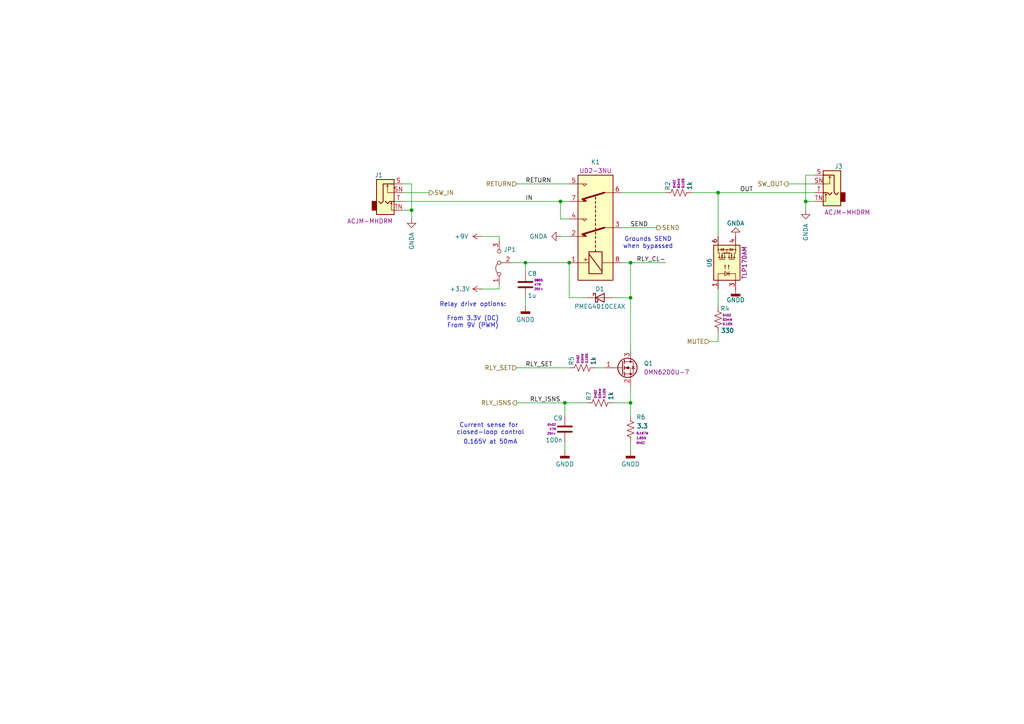
<source format=kicad_sch>
(kicad_sch (version 20250114) (generator "eeschema") (generator_version "9.0")
  (paper "A4")
  (lib_symbols
    (symbol "#gplm:art/ART-1000-3001" (pin_names (offset 0) (hide yes)) (exclude_from_sim yes) (in_bom no)
      (property "Reference" "JP" (at -2.54 -2.54 0))
      (property "Value" "Jumper_3_Bridged12" (at 0 2.794 0))
      (symbol "art/ART-1000-3001_0_0"
        (circle (center -3.302 0) (radius 0.508))
        (circle (center 0 0) (radius 0.508))
        (circle (center 3.302 0) (radius 0.508))
      )
      (symbol "art/ART-1000-3001_0_1"
        (arc (start -3.048 0.508) (mid -1.651 0.9912) (end -0.254 0.508))
        (polyline (pts (xy 0 -1.27) (xy 0 -0.508)))
      )
      (symbol "art/ART-1000-3001_1_1"
        (pin passive line (at -6.35 0 0) (length 2.54) (name "A") (number "1"))
        (pin passive line (at 0 -3.81 90) (length 2.54) (name "C") (number "2"))
        (pin passive line (at 6.35 0 180) (length 2.54) (name "B") (number "3"))
      )
    )
    (symbol "#gplm:cap/CAP-4103-100N" (pin_numbers (hide yes)) (pin_names (offset 0.254))
      (property "Reference" "C" (at 0.635 3.175 0))
      (property "Value" "100n" (at 0.635 -3.175 0))
      (property "Package/Case" "0402" (at 2.54 1.27 0))
      (property "Voltage" "25V+" (at 2.54 -1.27 0))
      (property "Material" "X7R" (at 2.54 0 0))
      (symbol "cap/CAP-4103-100N_0_1"
        (polyline (pts (xy -2.032 0.762) (xy 2.032 0.762)) (stroke (width 0.508)))
        (polyline (pts (xy -2.032 -0.762) (xy 2.032 -0.762)) (stroke (width 0.508)))
      )
      (symbol "cap/CAP-4103-100N_1_1"
        (pin passive line (at 0 3.81 270) (length 2.794) (name "~") (number "1"))
        (pin passive line (at 0 -3.81 90) (length 2.794) (name "~") (number "2"))
      )
    )
    (symbol "#gplm:cap/CAP-4105-001U" (pin_numbers (hide yes)) (pin_names (offset 0.254))
      (property "Reference" "C" (at 0.635 3.175 0))
      (property "Value" "1u" (at 0.635 -3.175 0))
      (property "Package/Case" "0805" (at 2.54 1.27 0))
      (property "Voltage" "25V+" (at 2.54 -1.27 0))
      (property "Material" "X7R" (at 2.54 0 0))
      (symbol "cap/CAP-4105-001U_0_1"
        (polyline (pts (xy -2.032 0.762) (xy 2.032 0.762)) (stroke (width 0.508)))
        (polyline (pts (xy -2.032 -0.762) (xy 2.032 -0.762)) (stroke (width 0.508)))
      )
      (symbol "cap/CAP-4105-001U_1_1"
        (pin passive line (at 0 3.81 270) (length 2.794) (name "~") (number "1"))
        (pin passive line (at 0 -3.81 90) (length 2.794) (name "~") (number "2"))
      )
    )
    (symbol "#gplm:con/CON-1003-M301"
      (property "Reference" "J" (at 0 11.43 0))
      (property "MPN" "ACJM-MHDRM" (at 0 0 0))
      (symbol "con/CON-1003-M301_0_1"
        (rectangle (start -2.54 0) (end -3.81 -2.54) (stroke (width 0.254)) (fill (type outline)))
        (rectangle (start 2.54 6.35) (end -2.54 -3.81) (stroke (width 0.254)) (fill (type background)))
      )
      (symbol "con/CON-1003-M301_1_1"
        (polyline (pts (xy 0 0) (xy 0.635 -0.635) (xy 1.27 0) (xy 2.54 0)) (stroke (width 0.254)))
        (polyline (pts (xy 0.635 4.826) (xy 0.889 4.318)))
        (polyline (pts (xy 1.778 -0.254) (xy 2.032 -0.762)))
        (polyline (pts (xy 2.54 5.08) (xy -0.635 5.08) (xy -0.635 0) (xy -1.27 -0.635) (xy -1.905 0)) (stroke (width 0.254)))
        (polyline (pts (xy 2.54 2.54) (xy 0.635 2.54) (xy 0.635 4.826) (xy 0.381 4.318)))
        (polyline (pts (xy 2.54 -2.54) (xy 1.778 -2.54) (xy 1.778 -0.254) (xy 1.524 -0.762)))
        (pin passive line (at 5.08 5.08 180) (length 2.54) (name "~") (number "S"))
        (pin passive line (at 5.08 2.54 180) (length 2.54) (name "~") (number "SN"))
        (pin passive line (at 5.08 0 180) (length 2.54) (name "~") (number "T"))
        (pin passive line (at 5.08 -2.54 180) (length 2.54) (name "~") (number "TN"))
      )
    )
    (symbol "#gplm:dio/DIO-2001-0001" (pin_numbers (hide yes)) (pin_names (offset 1.016) (hide yes))
      (property "Reference" "D" (at 0 2.54 0))
      (property "Value" "PMEG4010CEAX" (at 0 -2.54 0))
      (symbol "dio/DIO-2001-0001_0_1"
        (polyline (pts (xy -1.905 0.635) (xy -1.905 1.27) (xy -1.27 1.27) (xy -1.27 -1.27) (xy -0.635 -1.27) (xy -0.635 -0.635)) (stroke (width 0.254)))
        (polyline (pts (xy 1.27 1.27) (xy 1.27 -1.27) (xy -1.27 0) (xy 1.27 1.27)) (stroke (width 0.254)))
        (polyline (pts (xy 1.27 0) (xy -1.27 0)))
      )
      (symbol "dio/DIO-2001-0001_1_1"
        (pin passive line (at -3.81 0 0) (length 2.54) (name "K") (number "1"))
        (pin passive line (at 3.81 0 180) (length 2.54) (name "A") (number "2"))
      )
    )
    (symbol "#gplm:fet/XTR-1003-0001" (pin_names (offset 0) (hide yes))
      (property "Reference" "Q" (at 5.08 1.905 0))
      (property "MPN" "DMN62D0U-7" (at 0 0 0))
      (symbol "fet/XTR-1003-0001_0_1"
        (polyline (pts (xy 0.254 1.905) (xy 0.254 -1.905)) (stroke (width 0.254)))
        (polyline (pts (xy 0.254 0) (xy -2.54 0)))
        (polyline (pts (xy 0.762 2.286) (xy 0.762 1.27)) (stroke (width 0.254)))
        (polyline (pts (xy 0.762 0.508) (xy 0.762 -0.508)) (stroke (width 0.254)))
        (polyline (pts (xy 0.762 -1.27) (xy 0.762 -2.286)) (stroke (width 0.254)))
        (polyline (pts (xy 0.762 -1.778) (xy 3.302 -1.778) (xy 3.302 1.778) (xy 0.762 1.778)))
        (polyline (pts (xy 1.016 0) (xy 2.032 0.381) (xy 2.032 -0.381) (xy 1.016 0)) (fill (type outline)))
        (circle (center 1.651 0) (radius 2.794) (stroke (width 0.254)))
        (polyline (pts (xy 2.54 2.54) (xy 2.54 1.778)))
        (circle (center 2.54 1.778) (radius 0.254) (fill (type outline)))
        (circle (center 2.54 -1.778) (radius 0.254) (fill (type outline)))
        (polyline (pts (xy 2.54 -2.54) (xy 2.54 0) (xy 0.762 0)))
        (polyline (pts (xy 2.921 0.381) (xy 3.683 0.381)))
        (polyline (pts (xy 3.302 0.381) (xy 2.921 -0.254) (xy 3.683 -0.254) (xy 3.302 0.381)))
      )
      (symbol "fet/XTR-1003-0001_1_1"
        (pin input line (at -5.08 0 0) (length 2.54) (name "G") (number "1"))
        (pin passive line (at 2.54 5.08 270) (length 2.54) (name "D") (number "3"))
        (pin passive line (at 2.54 -5.08 90) (length 2.54) (name "S") (number "2"))
      )
    )
    (symbol "#gplm:opt/OPT-0004-0001"
      (property "Reference" "U" (at -5.08 4.953 0))
      (property "MPN" "TLP170AM" (at 0 0 0))
      (symbol "opt/OPT-0004-0001_0_1"
        (rectangle (start -5.08 3.81) (end 5.08 -3.81) (stroke (width 0.254)) (fill (type background)))
        (polyline (pts (xy -5.08 2.54) (xy -3.175 2.54) (xy -3.175 -2.54) (xy -5.08 -2.54)))
        (polyline (pts (xy -3.81 -0.635) (xy -2.54 -0.635)))
        (polyline (pts (xy -3.175 -0.635) (xy -3.81 0.635) (xy -2.54 0.635) (xy -3.175 -0.635)))
        (polyline (pts (xy -1.905 0.508) (xy -0.635 0.508) (xy -1.016 0.381) (xy -1.016 0.635) (xy -0.635 0.508)))
        (polyline (pts (xy -1.905 -0.508) (xy -0.635 -0.508) (xy -1.016 -0.635) (xy -1.016 -0.381) (xy -0.635 -0.508)))
        (polyline (pts (xy 1.016 2.159) (xy 1.016 0.635)) (stroke (width 0.2032)))
        (polyline (pts (xy 1.016 -0.635) (xy 1.016 -2.159)) (stroke (width 0.2032)))
        (polyline (pts (xy 1.524 2.286) (xy 1.524 2.032) (xy 1.524 2.032)) (stroke (width 0.3556)))
        (polyline (pts (xy 1.524 1.524) (xy 1.524 1.27) (xy 1.524 1.27)) (stroke (width 0.3556)))
        (polyline (pts (xy 1.524 0.762) (xy 1.524 0.508) (xy 1.524 0.508)) (stroke (width 0.3556)))
        (polyline (pts (xy 1.524 -0.508) (xy 1.524 -0.762)) (stroke (width 0.3556)))
        (polyline (pts (xy 1.524 -1.27) (xy 1.524 -1.524) (xy 1.524 -1.524)) (stroke (width 0.3556)))
        (polyline (pts (xy 1.524 -2.032) (xy 1.524 -2.286) (xy 1.524 -2.286)) (stroke (width 0.3556)))
        (polyline (pts (xy 1.651 2.159) (xy 2.794 2.159) (xy 2.794 2.54) (xy 5.08 2.54)))
        (polyline (pts (xy 1.651 1.397) (xy 2.794 1.397) (xy 2.794 0.635)))
        (polyline (pts (xy 1.651 -0.635) (xy 2.794 -0.635) (xy 2.794 0.635) (xy 1.651 0.635)))
        (polyline (pts (xy 1.651 -1.397) (xy 2.794 -1.397) (xy 2.794 -0.635)))
        (polyline (pts (xy 1.651 -2.159) (xy 2.794 -2.159) (xy 2.794 -2.54) (xy 5.08 -2.54)))
        (polyline (pts (xy 1.778 1.397) (xy 2.286 1.524) (xy 2.286 1.27) (xy 1.778 1.397)))
        (polyline (pts (xy 1.778 -1.397) (xy 2.286 -1.27) (xy 2.286 -1.524) (xy 1.778 -1.397)))
        (circle (center 2.794 0.635) (radius 0.127))
        (polyline (pts (xy 2.794 0) (xy 3.81 0)))
        (circle (center 2.794 0) (radius 0.127))
        (circle (center 2.794 -0.635) (radius 0.127))
        (polyline (pts (xy 3.429 1.651) (xy 4.191 1.651)))
        (polyline (pts (xy 3.429 -1.651) (xy 4.191 -1.651)))
        (circle (center 3.81 2.54) (radius 0.127))
        (polyline (pts (xy 3.81 1.651) (xy 3.429 0.889) (xy 4.191 0.889) (xy 3.81 1.651)))
        (circle (center 3.81 0) (radius 0.127))
        (polyline (pts (xy 3.81 -1.651) (xy 3.429 -0.889) (xy 4.191 -0.889) (xy 3.81 -1.651)))
        (polyline (pts (xy 3.81 -2.54) (xy 3.81 2.54)))
        (circle (center 3.81 -2.54) (radius 0.127))
      )
      (symbol "opt/OPT-0004-0001_1_1"
        (pin passive line (at -7.62 2.54 0) (length 2.54) (name "~") (number "1"))
        (pin passive line (at -7.62 -2.54 0) (length 2.54) (name "~") (number "3"))
        (pin passive line (at 7.62 2.54 180) (length 2.54) (name "~") (number "6"))
        (pin passive line (at 7.62 -2.54 180) (length 2.54) (name "~") (number "4"))
      )
    )
    (symbol "#gplm:res/RES-2002-001K" (pin_numbers (hide yes)) (pin_names (offset 0))
      (property "Reference" "R" (at 0.635 3.175 0))
      (property "Value" "1k" (at 0.635 -3.175 0))
      (property "Power" "63mW" (at 1.27 0 0))
      (property "Tolerance" "0.10%" (at 1.27 -1.27 0))
      (property "Package/Case" "0402" (at 1.27 1.27 0))
      (symbol "res/RES-2002-001K_0_1"
        (polyline (pts (xy 0 2.286) (xy 0 2.54)))
        (polyline (pts (xy 0 2.286) (xy 1.016 1.905) (xy 0 1.524) (xy -1.016 1.143) (xy 0 0.762)))
        (polyline (pts (xy 0 0.762) (xy 1.016 0.381) (xy 0 0) (xy -1.016 -0.381) (xy 0 -0.762)))
        (polyline (pts (xy 0 -0.762) (xy 1.016 -1.143) (xy 0 -1.524) (xy -1.016 -1.905) (xy 0 -2.286)))
        (polyline (pts (xy 0 -2.286) (xy 0 -2.54)))
      )
      (symbol "res/RES-2002-001K_1_1"
        (pin passive line (at 0 3.81 270) (length 1.27) (name "~") (number "1"))
        (pin passive line (at 0 -3.81 90) (length 1.27) (name "~") (number "2"))
      )
    )
    (symbol "#gplm:res/RES-2002-330R" (pin_numbers (hide yes)) (pin_names (offset 0))
      (property "Reference" "R" (at 0.635 3.175 0))
      (property "Value" "330" (at 0.635 -3.175 0))
      (property "Power" "63mW" (at 1.27 0 0))
      (property "Tolerance" "0.10%" (at 1.27 -1.27 0))
      (property "Package/Case" "0402" (at 1.27 1.27 0))
      (symbol "res/RES-2002-330R_0_1"
        (polyline (pts (xy 0 2.286) (xy 0 2.54)))
        (polyline (pts (xy 0 2.286) (xy 1.016 1.905) (xy 0 1.524) (xy -1.016 1.143) (xy 0 0.762)))
        (polyline (pts (xy 0 0.762) (xy 1.016 0.381) (xy 0 0) (xy -1.016 -0.381) (xy 0 -0.762)))
        (polyline (pts (xy 0 -0.762) (xy 1.016 -1.143) (xy 0 -1.524) (xy -1.016 -1.905) (xy 0 -2.286)))
        (polyline (pts (xy 0 -2.286) (xy 0 -2.54)))
      )
      (symbol "res/RES-2002-330R_1_1"
        (pin passive line (at 0 3.81 270) (length 1.27) (name "~") (number "1"))
        (pin passive line (at 0 -3.81 90) (length 1.27) (name "~") (number "2"))
      )
    )
    (symbol "#gplm:res/RES-2003-03R3" (pin_numbers (hide yes)) (pin_names (offset 0))
      (property "Reference" "R" (at 0.635 3.175 0))
      (property "Value" "3.3" (at 0.635 -3.175 0))
      (property "Power" "0.167W" (at 1.27 0 0))
      (property "Tolerance" "1.00%" (at 1.27 -1.27 0))
      (property "Package/Case" "0402" (at 1.27 1.27 0))
      (symbol "res/RES-2003-03R3_0_1"
        (polyline (pts (xy 0 2.286) (xy 0 2.54)))
        (polyline (pts (xy 0 2.286) (xy 1.016 1.905) (xy 0 1.524) (xy -1.016 1.143) (xy 0 0.762)))
        (polyline (pts (xy 0 0.762) (xy 1.016 0.381) (xy 0 0) (xy -1.016 -0.381) (xy 0 -0.762)))
        (polyline (pts (xy 0 -0.762) (xy 1.016 -1.143) (xy 0 -1.524) (xy -1.016 -1.905) (xy 0 -2.286)))
        (polyline (pts (xy 0 -2.286) (xy 0 -2.54)))
      )
      (symbol "res/RES-2003-03R3_1_1"
        (pin passive line (at 0 3.81 270) (length 1.27) (name "~") (number "1"))
        (pin passive line (at 0 -3.81 90) (length 1.27) (name "~") (number "2"))
      )
    )
    (symbol "#gplm:rly/RLY-0004-0103"
      (property "Reference" "K" (at 16.51 3.81 0))
      (property "MPN" "UD2-3NU" (at 0 0 0))
      (symbol "rly/RLY-0004-0103_0_0"
        (text "+" (at -9.271 2.921 0) (effects (font (size 1.27 1.27))))
      )
      (symbol "rly/RLY-0004-0103_0_1"
        (rectangle (start -15.24 5.08) (end 15.24 -5.08) (stroke (width 0.254)) (fill (type background)))
        (rectangle (start -13.335 1.905) (end -6.985 -1.905) (stroke (width 0.254)))
        (polyline (pts (xy -12.7 -1.905) (xy -7.62 1.905)) (stroke (width 0.254)))
        (polyline (pts (xy -10.16 5.08) (xy -10.16 1.905)))
        (polyline (pts (xy -10.16 -5.08) (xy -10.16 -1.905)))
        (polyline (pts (xy -6.985 0) (xy -6.35 0)) (stroke (width 0.254)))
        (polyline (pts (xy -5.715 0) (xy -5.08 0)) (stroke (width 0.254)))
        (polyline (pts (xy -4.445 0) (xy -3.81 0)) (stroke (width 0.254)))
        (polyline (pts (xy -3.175 0) (xy -2.54 0)) (stroke (width 0.254)))
        (polyline (pts (xy -2.54 5.08) (xy -2.54 2.54) (xy -1.905 3.175) (xy -2.54 3.81)) (fill (type outline)))
        (polyline (pts (xy -1.905 0) (xy -1.27 0)) (stroke (width 0.254)))
        (polyline (pts (xy -0.635 0) (xy 0 0)) (stroke (width 0.254)))
        (polyline (pts (xy 0 -2.54) (xy -1.905 3.81)) (stroke (width 0.508)))
        (polyline (pts (xy 0 -2.54) (xy 0 -5.08)))
        (polyline (pts (xy 0.635 0) (xy 1.27 0)) (stroke (width 0.254)))
        (polyline (pts (xy 1.905 0) (xy 2.54 0)) (stroke (width 0.254)))
        (polyline (pts (xy 2.54 5.08) (xy 2.54 2.54) (xy 1.905 3.175) (xy 2.54 3.81)))
        (polyline (pts (xy 3.175 0) (xy 3.81 0)) (stroke (width 0.254)))
        (polyline (pts (xy 4.445 0) (xy 5.08 0)) (stroke (width 0.254)))
        (polyline (pts (xy 5.715 0) (xy 6.35 0)) (stroke (width 0.254)))
        (polyline (pts (xy 6.985 0) (xy 7.62 0)) (stroke (width 0.254)))
        (polyline (pts (xy 7.62 5.08) (xy 7.62 2.54) (xy 8.255 3.175) (xy 7.62 3.81)) (fill (type outline)))
        (polyline (pts (xy 8.255 0) (xy 8.89 0)) (stroke (width 0.254)))
        (polyline (pts (xy 10.16 -2.54) (xy 8.255 3.81)) (stroke (width 0.508)))
        (polyline (pts (xy 10.16 -2.54) (xy 10.16 -5.08)))
        (polyline (pts (xy 12.7 5.08) (xy 12.7 2.54) (xy 12.065 3.175) (xy 12.7 3.81)))
      )
      (symbol "rly/RLY-0004-0103_1_1"
        (pin passive line (at -10.16 7.62 270) (length 2.54) (name "~") (number "1"))
        (pin passive line (at -10.16 -7.62 90) (length 2.54) (name "~") (number "8"))
        (pin passive line (at -2.54 7.62 270) (length 2.54) (name "~") (number "2"))
        (pin passive line (at 0 -7.62 90) (length 2.54) (name "~") (number "3"))
        (pin passive line (at 2.54 7.62 270) (length 2.54) (name "~") (number "4"))
        (pin passive line (at 7.62 7.62 270) (length 2.54) (name "~") (number "7"))
        (pin passive line (at 10.16 -7.62 90) (length 2.54) (name "~") (number "6"))
        (pin passive line (at 12.7 7.62 270) (length 2.54) (name "~") (number "5"))
      )
    )
    (symbol "power:+9V" (power) (pin_numbers (hide yes)) (pin_names (offset 0) (hide yes))
      (property "Value" "+9V" (at 0 3.556 0))
      (symbol "+9V_0_1"
        (polyline (pts (xy -0.762 1.27) (xy 0 2.54)))
        (polyline (pts (xy 0 2.54) (xy 0.762 1.27)))
        (polyline (pts (xy 0 0) (xy 0 2.54)))
      )
      (symbol "+9V_1_1"
        (pin power_in line (at 0 0 90) (length 0) (name "~") (number "1"))
      )
    )
    (symbol "power:GNDA" (power) (pin_numbers (hide yes)) (pin_names (offset 0) (hide yes))
      (property "Value" "GNDA" (at 0 -3.81 0))
      (symbol "GNDA_0_1"
        (polyline (pts (xy 0 0) (xy 0 -1.27) (xy 1.27 -1.27) (xy 0 -2.54) (xy -1.27 -1.27) (xy 0 -1.27)))
      )
      (symbol "GNDA_1_1"
        (pin power_in line (at 0 0 270) (length 0) (name "~") (number "1"))
      )
    )
    (symbol "power:GNDD" (power) (pin_numbers (hide yes)) (pin_names (offset 0) (hide yes))
      (property "Value" "GNDD" (at 0 -3.175 0))
      (symbol "GNDD_0_1"
        (rectangle (start -1.27 -1.524) (end 1.27 -2.032) (stroke (width 0.254)) (fill (type outline)))
        (polyline (pts (xy 0 0) (xy 0 -1.524)))
      )
      (symbol "GNDD_1_1"
        (pin power_in line (at 0 0 270) (length 0) (name "~") (number "1"))
      )
    )
  )
  (text "Current sense for \nclosed-loop control" (at 142.24 124.46 0) (effects (font (size 1.27 1.27))))
  (text "Grounds SEND\nwhen bypassed" (at 187.96 70.485 0) (effects (font (size 1.27 1.27))))
  (text "Relay drive options:\n\nFrom 3.3V (DC)\nFrom 9V (PWM)" (at 137.16 91.44 0) (effects (font (size 1.27 1.27))))
  (text "0.165V at 50mA" (at 142.24 128.27 0) (effects (font (size 1.27 1.27))))
  (junction (at 208.28 55.88))
  (junction (at 182.88 86.36))
  (junction (at 162.56 58.42))
  (junction (at 233.68 58.42))
  (junction (at 119.38 60.96))
  (junction (at 182.88 116.84))
  (junction (at 182.88 76.2))
  (junction (at 163.83 116.84))
  (junction (at 152.4 76.2))
  (junction (at 165.1 76.2))
  (wire (pts (xy 152.4 86.36) (xy 152.4 88.9)))
  (wire (pts (xy 116.84 55.88) (xy 124.46 55.88)))
  (wire (pts (xy 200.66 55.88) (xy 208.28 55.88)))
  (wire (pts (xy 165.1 86.36) (xy 165.1 76.2)))
  (wire (pts (xy 208.28 88.9) (xy 208.28 83.82)))
  (wire (pts (xy 139.7 83.82) (xy 144.78 83.82)))
  (wire (pts (xy 233.68 60.96) (xy 233.68 58.42)))
  (wire (pts (xy 119.38 63.5) (xy 119.38 60.96)))
  (wire (pts (xy 144.78 83.82) (xy 144.78 82.55)))
  (wire (pts (xy 182.88 76.2) (xy 180.34 76.2)))
  (wire (pts (xy 144.78 68.58) (xy 144.78 69.85)))
  (wire (pts (xy 148.59 76.2) (xy 152.4 76.2)))
  (wire (pts (xy 163.83 116.84) (xy 170.18 116.84)))
  (wire (pts (xy 182.88 86.36) (xy 182.88 101.6)))
  (wire (pts (xy 152.4 76.2) (xy 152.4 78.74)))
  (wire (pts (xy 119.38 53.34) (xy 119.38 60.96)))
  (wire (pts (xy 177.8 86.36) (xy 182.88 86.36)))
  (wire (pts (xy 172.72 106.68) (xy 175.26 106.68)))
  (wire (pts (xy 180.34 55.88) (xy 193.04 55.88)))
  (wire (pts (xy 236.22 53.34) (xy 228.6 53.34)))
  (wire (pts (xy 163.83 120.65) (xy 163.83 116.84)))
  (wire (pts (xy 208.28 55.88) (xy 208.28 68.58)))
  (wire (pts (xy 119.38 60.96) (xy 116.84 60.96)))
  (wire (pts (xy 208.28 99.06) (xy 208.28 96.52)))
  (wire (pts (xy 177.8 116.84) (xy 182.88 116.84)))
  (wire (pts (xy 182.88 116.84) (xy 182.88 120.65)))
  (wire (pts (xy 182.88 76.2) (xy 193.04 76.2)))
  (wire (pts (xy 165.1 68.58) (xy 162.56 68.58)))
  (wire (pts (xy 149.86 116.84) (xy 163.83 116.84)))
  (wire (pts (xy 182.88 128.27) (xy 182.88 130.81)))
  (wire (pts (xy 165.1 53.34) (xy 149.86 53.34)))
  (wire (pts (xy 182.88 86.36) (xy 182.88 76.2)))
  (wire (pts (xy 163.83 128.27) (xy 163.83 130.81)))
  (wire (pts (xy 165.1 58.42) (xy 162.56 58.42)))
  (wire (pts (xy 139.7 68.58) (xy 144.78 68.58)))
  (wire (pts (xy 190.5 66.04) (xy 180.34 66.04)))
  (wire (pts (xy 116.84 58.42) (xy 162.56 58.42)))
  (wire (pts (xy 233.68 58.42) (xy 236.22 58.42)))
  (wire (pts (xy 152.4 76.2) (xy 165.1 76.2)))
  (wire (pts (xy 170.18 86.36) (xy 165.1 86.36)))
  (wire (pts (xy 182.88 111.76) (xy 182.88 116.84)))
  (wire (pts (xy 116.84 53.34) (xy 119.38 53.34)))
  (wire (pts (xy 165.1 63.5) (xy 162.56 63.5)))
  (wire (pts (xy 208.28 55.88) (xy 236.22 55.88)))
  (wire (pts (xy 233.68 50.8) (xy 233.68 58.42)))
  (wire (pts (xy 162.56 58.42) (xy 162.56 63.5)))
  (wire (pts (xy 236.22 50.8) (xy 233.68 50.8)))
  (wire (pts (xy 149.86 106.68) (xy 165.1 106.68)))
  (wire (pts (xy 205.74 99.06) (xy 208.28 99.06)))
  (label "RLY_CL-" (at 193.04 76.2 180))
  (label "RETURN" (at 152.4 53.34 0))
  (label "RLY_SET" (at 152.4 106.68 0))
  (label "OUT" (at 218.44 55.88 180))
  (label "IN" (at 152.4 58.42 0))
  (label "RLY_ISNS" (at 153.67 116.84 0))
  (label "SEND" (at 187.96 66.04 180))
  (hierarchical_label "RLY_ISNS" (shape output) (at 149.86 116.84 180))
  (hierarchical_label "SW_IN" (shape output) (at 124.46 55.88 0))
  (hierarchical_label "SEND" (shape output) (at 190.5 66.04 0))
  (hierarchical_label "RETURN" (shape input) (at 149.86 53.34 180))
  (hierarchical_label "RLY_SET" (shape input) (at 149.86 106.68 180))
  (hierarchical_label "MUTE" (shape input) (at 205.74 99.06 180))
  (hierarchical_label "SW_OUT" (shape output) (at 228.6 53.34 180))
  (symbol (lib_id "power:+9V") (at 139.7 68.58 90) (unit 1)
    (property "Reference" "#PWR018" (effects (hide yes)))
    (property "Value" "+9V" (at 135.89 68.5799 90) (effects (justify left)))
    (property "Description" "Power symbol creates a global label with name \"+9V\"" (effects (hide yes)))
  )
  (symbol (lib_id "power:GNDD") (at 152.4 88.9 0) (unit 1)
    (property "Reference" "#PWR019" (effects (hide yes)))
    (property "Value" "GNDD" (at 152.4 92.71 0))
    (property "Description" "Power symbol creates a global label with name \"GNDD\" , digital ground" (effects (hide yes)))
  )
  (symbol (lib_id "#gplm:res/RES-2002-001K") (at 196.85 55.88 90) (unit 1)
    (property "Reference" "R2" (at 193.675 55.245 0) (effects (justify left)))
    (property "Value" "1k" (at 200.025 55.245 0) (effects (font (thickness 0.254) (bold yes)) (justify left)))
    (property "Footprint" "Resistor_SMD:R_0402_1005Metric" (effects (hide yes)))
    (property "Datasheet" "https://www.yageo.com/upload/media/product/app/datasheet/rchip/pyu-rt_1-to-0.01_rohs_l.pdf" (effects (hide yes)))
    (property "Description" "RES SMD 0402 1 KOHM 63mW Thin Film" (effects (hide yes)))
    (property "IPN" "RES-2002-001K" (effects (hide yes)))
    (property "Manufacturer" "Yageo" (effects (hide yes)))
    (property "MPN" "RT0402BRD071KL" (effects (hide yes)))
    (property "Resistance" "1k" (effects (hide yes)))
    (property "Power" "63mW" (at 196.85 54.61 0) (effects (font (size 0.635 0.635)) (justify left)))
    (property "Tolerance" "0.10%" (at 198.12 54.61 0) (effects (font (size 0.635 0.635)) (justify left)))
    (property "Package/Case" "0402" (at 195.58 54.61 0) (effects (font (size 0.635 0.635)) (justify left)))
    (property "Voltage" "50V" (effects (hide yes)))
    (property "Composition" "Thin Film" (effects (hide yes)))
    (property "Temp Coefficient" "25ppm" (effects (hide yes)))
    (property "Height" "0.35mm" (effects (hide yes)))
  )
  (symbol (lib_id "power:GNDD") (at 182.88 130.81 0) (unit 1)
    (property "Reference" "#PWR016" (effects (hide yes)))
    (property "Value" "GNDD" (at 182.88 134.62 0))
    (property "Description" "Power symbol creates a global label with name \"GNDD\" , digital ground" (effects (hide yes)))
  )
  (symbol (lib_id "power:GNDA") (at 213.36 68.58 0) (mirror x) (unit 1)
    (property "Reference" "#PWR036" (effects (hide yes)))
    (property "Value" "GNDA" (at 213.36 64.77 0))
    (property "Description" "Power symbol creates a global label with name \"GNDA\" , analog ground" (effects (hide yes)))
  )
  (symbol (lib_id "#gplm:fet/XTR-1003-0001") (at 180.34 106.68 0) (unit 1)
    (property "Reference" "Q1" (at 186.69 105.4099 0) (effects (justify left)))
    (property "Value" "DMN62D0U-7" (effects (hide yes)))
    (property "Footprint" "Package_TO_SOT_SMD:SOT-23" (effects (hide yes)))
    (property "Datasheet" "https://www.diodes.com/assets/Datasheets/DMN62D0U.pdf" (effects (hide yes)))
    (property "Description" "MOSFET N-CH 60V/±20V 0.38A 2Ω 1.0Vth 0.5nC 32pF SOT-23" (effects (hide yes)))
    (property "IPN" "XTR-1003-0001" (effects (hide yes)))
    (property "Manufacturer" "Diodes" (effects (hide yes)))
    (property "MPN" "DMN62D0U-7" (at 186.69 107.9499 0) (effects (justify left)))
  )
  (symbol (lib_id "#gplm:dio/DIO-2001-0001") (at 173.99 86.36 0) (unit 1)
    (property "Reference" "D1" (at 173.99 83.82 0))
    (property "Value" "PMEG4010CEAX" (at 173.99 88.9 0))
    (property "Footprint" "Diode_SMD:D_SOD-323" (effects (hide yes)))
    (property "Datasheet" "https://assets.nexperia.com/documents/data-sheet/PMEG4010CEA.pdf" (effects (hide yes)))
    (property "Description" "DIODE SCHOTTKY 40V 1A SOD323" (effects (hide yes)))
    (property "IPN" "DIO-2001-0001" (effects (hide yes)))
    (property "Manufacturer" "Nexperia" (effects (hide yes)))
    (property "MPN" "PMEG4010CEAX" (effects (hide yes)))
    (property "Current" "1A" (effects (hide yes)))
    (property "Voltage" "840 mV @ 1 A" (effects (hide yes)))
  )
  (symbol (lib_id "#gplm:opt/OPT-0004-0001") (at 210.82 76.2 90) (unit 1)
    (property "Reference" "U6" (at 205.74 76.2 0))
    (property "Value" "TLP170AM" (effects (hide yes)))
    (property "Footprint" "Package_SO:SO-4_4.4x3.9mm_P2.54mm" (effects (hide yes)))
    (property "Datasheet" "https://toshiba.semicon-storage.com/info/TLP170AM_datasheet_en_20210524.pdf?did=69016&prodName=TLP170AM" (effects (hide yes)))
    (property "Description" "MOSFET Photorelay 1-Form-A, Voff 60V, Ion 100mA, SOP6" (effects (hide yes)))
    (property "IPN" "OPT-0004-0001" (effects (hide yes)))
    (property "Manufacturer" "Toshiba" (effects (hide yes)))
    (property "MPN" "TLP170AM" (at 215.9 76.2 0))
    (property "I-forward-max" "30mA" (effects (hide yes)))
    (property "V-forward" "1.27V" (effects (hide yes)))
    (property "Output" "SSR" (effects (hide yes)))
  )
  (symbol (lib_id "#gplm:con/CON-1003-M301") (at 111.76 58.42 0) (unit 1)
    (property "Reference" "J1" (at 109.855 50.8 0))
    (property "Value" "4" (effects (hide yes)))
    (property "Footprint" "g-con:Amphenol_ACJM-MHDR(M)" (effects (hide yes)))
    (property "Description" "¼ in Audio Jack, TS, NC switch x2, Outtie, Low Profile, Metal shaft, metal  threads" (effects (hide yes)))
    (property "IPN" "CON-1003-M301" (effects (hide yes)))
    (property "Manufacturer" "Amphenol Audio" (effects (hide yes)))
    (property "MPN" "ACJM-MHDRM" (at 107.315 64.135 0))
    (property "Pins" "4" (effects (hide yes)))
  )
  (symbol (lib_id "#gplm:rly/RLY-0004-0103") (at 172.72 66.04 90) (unit 1)
    (property "Reference" "K1" (at 172.72 46.99 90))
    (property "Value" "IM05JR" (effects (hide yes)))
    (property "Footprint" "g-rly:UD23NU" (effects (hide yes)))
    (property "Description" "Relay DPDT 3.3V Non-Latch Gullwing" (effects (hide yes)))
    (property "IPN" "RLY-0004-0103" (effects (hide yes)))
    (property "Manufacturer" "Kemet" (effects (hide yes)))
    (property "MPN" "UD2-3NU" (at 172.72 49.53 90))
    (property "Max Height" "5.45mm" (effects (hide yes)))
    (property "Form" "2 Form C (DPDT)" (effects (hide yes)))
    (property "Coil Resistance" "64.3" (effects (hide yes)))
  )
  (symbol (lib_id "#gplm:res/RES-2002-330R") (at 208.28 92.71 0) (unit 1)
    (property "Reference" "R4" (at 208.915 89.535 0) (effects (justify left)))
    (property "Value" "330" (at 208.915 95.885 0) (effects (font (thickness 0.254) (bold yes)) (justify left)))
    (property "Footprint" "Resistor_SMD:R_0402_1005Metric" (effects (hide yes)))
    (property "Datasheet" "https://www.yageo.com/upload/media/product/app/datasheet/rchip/pyu-rt_1-to-0.01_rohs_l.pdf" (effects (hide yes)))
    (property "Description" "RES SMD 0402 330 OHM 63mW Thin Film" (effects (hide yes)))
    (property "Power" "63mW" (at 209.55 92.71 0) (effects (font (size 0.635 0.635)) (justify left)))
    (property "Tolerance" "0.10%" (at 209.55 93.98 0) (effects (font (size 0.635 0.635)) (justify left)))
    (property "Package/Case" "0402" (at 209.55 91.44 0) (effects (font (size 0.635 0.635)) (justify left)))
    (property "IPN" "RES-2002-330R" (effects (hide yes)))
    (property "Manufacturer" "Yageo" (effects (hide yes)))
    (property "MPN" "RT0402BRD07330RL" (effects (hide yes)))
    (property "Resistance" "330" (effects (hide yes)))
    (property "Voltage" "50V" (effects (hide yes)))
    (property "Composition" "Thin Film" (effects (hide yes)))
    (property "Temp Coefficient" "25ppm" (effects (hide yes)))
    (property "Height" "0.35mm" (effects (hide yes)))
  )
  (symbol (lib_id "#gplm:res/RES-2002-001K") (at 168.91 106.68 90) (unit 1)
    (property "Reference" "R5" (at 165.735 106.045 0) (effects (justify left)))
    (property "Value" "1k" (at 172.085 106.045 0) (effects (font (thickness 0.254) (bold yes)) (justify left)))
    (property "Footprint" "Resistor_SMD:R_0402_1005Metric" (effects (hide yes)))
    (property "Datasheet" "https://www.yageo.com/upload/media/product/app/datasheet/rchip/pyu-rt_1-to-0.01_rohs_l.pdf" (effects (hide yes)))
    (property "Description" "RES SMD 0402 1 KOHM 63mW Thin Film" (effects (hide yes)))
    (property "IPN" "RES-2002-001K" (effects (hide yes)))
    (property "Manufacturer" "Yageo" (effects (hide yes)))
    (property "MPN" "RT0402BRD071KL" (effects (hide yes)))
    (property "Resistance" "1k" (effects (hide yes)))
    (property "Power" "63mW" (at 168.91 105.41 0) (effects (font (size 0.635 0.635)) (justify left)))
    (property "Tolerance" "0.10%" (at 170.18 105.41 0) (effects (font (size 0.635 0.635)) (justify left)))
    (property "Package/Case" "0402" (at 167.64 105.41 0) (effects (font (size 0.635 0.635)) (justify left)))
    (property "Voltage" "50V" (effects (hide yes)))
    (property "Composition" "Thin Film" (effects (hide yes)))
    (property "Temp Coefficient" "25ppm" (effects (hide yes)))
    (property "Height" "0.35mm" (effects (hide yes)))
  )
  (symbol (lib_id "power:GNDD") (at 163.83 130.81 0) (unit 1)
    (property "Reference" "#PWR020" (effects (hide yes)))
    (property "Value" "GNDD" (at 163.83 134.62 0))
    (property "Description" "Power symbol creates a global label with name \"GNDD\" , digital ground" (effects (hide yes)))
  )
  (symbol (lib_id "#gplm:con/CON-1003-M301") (at 241.3 55.88 0) (mirror y) (unit 1)
    (property "Reference" "J3" (at 243.205 48.26 0))
    (property "Value" "4" (effects (hide yes)))
    (property "Footprint" "g-con:Amphenol_ACJM-MHDR(M)" (effects (hide yes)))
    (property "Description" "¼ in Audio Jack, TS, NC switch x2, Outtie, Low Profile, Metal shaft, metal  threads" (effects (hide yes)))
    (property "IPN" "CON-1003-M301" (effects (hide yes)))
    (property "Manufacturer" "Amphenol Audio" (effects (hide yes)))
    (property "MPN" "ACJM-MHDRM" (at 245.745 61.595 0))
    (property "Pins" "4" (effects (hide yes)))
  )
  (symbol (lib_id "#gplm:cap/CAP-4103-100N") (at 163.83 124.46 0) (mirror y) (unit 1)
    (property "Reference" "C9" (at 163.195 121.285 0) (effects (justify left)))
    (property "Value" "100n" (at 163.195 127.635 0) (effects (justify left)))
    (property "Footprint" "Capacitor_SMD:C_0402_1005Metric" (effects (hide yes)))
    (property "Datasheet" "https://content.kemet.com/datasheets/KEM_C1002_X7R_SMD.pdf" (effects (hide yes)))
    (property "Description" "CAP SMD 100nF 0402 25V+ X7R" (effects (hide yes)))
    (property "IPN" "CAP-4103-100N" (effects (hide yes)))
    (property "Manufacturer" "Kemet" (effects (hide yes)))
    (property "MPN" "C0402C104K3RACTU" (effects (hide yes)))
    (property "Capacitance" "100n" (effects (hide yes)))
    (property "Voltage" "25V+" (at 161.29 125.73 0) (effects (font (size 0.635 0.635)) (justify left)))
    (property "Material" "X7R" (at 161.29 124.46 0) (effects (font (size 0.635 0.635)) (justify left)))
    (property "Tolerance" "10%" (effects (hide yes)))
    (property "Package/Case" "0402" (at 161.29 123.19 0) (effects (font (size 0.635 0.635)) (justify left)))
  )
  (symbol (lib_id "#gplm:res/RES-2002-001K") (at 173.99 116.84 90) (unit 1)
    (property "Reference" "R7" (at 170.815 116.205 0) (effects (justify left)))
    (property "Value" "1k" (at 177.165 116.205 0) (effects (font (thickness 0.254) (bold yes)) (justify left)))
    (property "Footprint" "Resistor_SMD:R_0402_1005Metric" (effects (hide yes)))
    (property "Datasheet" "https://www.yageo.com/upload/media/product/app/datasheet/rchip/pyu-rt_1-to-0.01_rohs_l.pdf" (effects (hide yes)))
    (property "Description" "RES SMD 0402 1 KOHM 63mW Thin Film" (effects (hide yes)))
    (property "IPN" "RES-2002-001K" (effects (hide yes)))
    (property "Manufacturer" "Yageo" (effects (hide yes)))
    (property "MPN" "RT0402BRD071KL" (effects (hide yes)))
    (property "Resistance" "1k" (effects (hide yes)))
    (property "Power" "63mW" (at 173.99 115.57 0) (effects (font (size 0.635 0.635)) (justify left)))
    (property "Tolerance" "0.10%" (at 175.26 115.57 0) (effects (font (size 0.635 0.635)) (justify left)))
    (property "Package/Case" "0402" (at 172.72 115.57 0) (effects (font (size 0.635 0.635)) (justify left)))
    (property "Voltage" "50V" (effects (hide yes)))
    (property "Composition" "Thin Film" (effects (hide yes)))
    (property "Temp Coefficient" "25ppm" (effects (hide yes)))
    (property "Height" "0.35mm" (effects (hide yes)))
  )
  (symbol (lib_id "#gplm:cap/CAP-4105-001U") (at 152.4 82.55 0) (unit 1)
    (property "Reference" "C8" (at 153.035 79.375 0) (effects (justify left)))
    (property "Value" "1u" (at 153.035 85.725 0) (effects (justify left)))
    (property "Footprint" "Capacitor_SMD:C_0805_2012Metric" (effects (hide yes)))
    (property "Datasheet" "https://content.kemet.com/datasheets/KEM_C1002_X7R_SMD.pdf" (effects (hide yes)))
    (property "Description" "CAP SMD 1uF 0805 25V+ X7R" (effects (hide yes)))
    (property "Package/Case" "0805" (at 154.94 81.28 0) (effects (font (size 0.635 0.635)) (justify left)))
    (property "Voltage" "25V+" (at 154.94 83.82 0) (effects (font (size 0.635 0.635)) (justify left)))
    (property "Material" "X7R" (at 154.94 82.55 0) (effects (font (size 0.635 0.635)) (justify left)))
    (property "IPN" "CAP-4105-001U" (effects (hide yes)))
    (property "Manufacturer" "Kemet" (effects (hide yes)))
    (property "MPN" "C0805C105K3RACTU" (effects (hide yes)))
    (property "Capacitance" "1u" (effects (hide yes)))
    (property "Tolerance" "10%" (effects (hide yes)))
  )
  (symbol (lib_id "#gplm:res/RES-2003-03R3") (at 182.88 124.46 0) (unit 1)
    (property "Reference" "R6" (at 184.531 120.9769 0) (effects (justify left)))
    (property "Value" "3.3" (at 184.531 123.5683 0) (effects (font (thickness 0.254) (bold yes)) (justify left)))
    (property "Footprint" "Resistor_SMD:R_0402_1005Metric" (effects (hide yes)))
    (property "Datasheet" "https://www.susumu.co.jp/common/pdf/n_catalog_partition08_en.pdf" (effects (hide yes)))
    (property "Description" "RES SMD 3.3 OHM 1% 1/6W 0402" (effects (hide yes)))
    (property "IPN" "RES-2003-03R3" (effects (hide yes)))
    (property "Manufacturer" "Susumu" (effects (hide yes)))
    (property "MPN" "RL0510S-3R3-F" (effects (hide yes)))
    (property "Resistance" "3.3" (effects (hide yes)))
    (property "Power" "0.167W" (at 184.531 125.6488 0) (effects (font (size 0.635 0.635)) (justify left)))
    (property "Tolerance" "1.00%" (at 184.531 127.0514 0) (effects (font (size 0.635 0.635)) (justify left)))
    (property "Package/Case" "0402" (at 184.531 128.454 0) (effects (font (size 0.635 0.635)) (justify left)))
    (property "Voltage" "50V" (effects (hide yes)))
    (property "Composition" "Thick Film" (effects (hide yes)))
    (property "Temp Coefficient" "200ppm" (effects (hide yes)))
    (property "Height" "0.45mm" (effects (hide yes)))
  )
  (symbol (lib_id "power:GNDD") (at 213.36 83.82 0) (unit 1)
    (property "Reference" "#PWR035" (effects (hide yes)))
    (property "Value" "GNDD" (at 213.36 86.995 0))
    (property "Description" "Power symbol creates a global label with name \"GNDD\" , digital ground" (effects (hide yes)))
  )
  (symbol (lib_id "power:+9V") (at 139.7 83.82 90) (unit 1)
    (property "Reference" "#PWR017" (effects (hide yes)))
    (property "Value" "+3.3V" (at 133.35 83.82 90))
    (property "Description" "Power symbol creates a global label with name \"+9V\"" (effects (hide yes)))
  )
  (symbol (lib_id "power:GNDA") (at 162.56 68.58 270) (mirror x) (unit 1)
    (property "Reference" "#PWR04" (effects (hide yes)))
    (property "Value" "GNDA" (at 158.75 68.5799 90) (effects (justify right)))
    (property "Description" "Power symbol creates a global label with name \"GNDA\" , analog ground" (effects (hide yes)))
  )
  (symbol (lib_id "#gplm:art/ART-1000-3001") (at 144.78 76.2 90) (unit 1) (in_bom no)
    (property "Reference" "JP1" (at 146.05 72.39 90) (effects (justify right)))
    (property "Value" "Jumper_3_Bridged12" (effects (hide yes)))
    (property "Footprint" "Jumper:SolderJumper-3_P1.3mm_Bridged12_Pad1.0x1.5mm" (effects (hide yes)))
    (property "Description" "Jumper, Mini 1x1.5mm, 3 pin – Pins 1+3 bridged" (effects (hide yes)))
    (property "IPN" "ART-1000-3001" (effects (hide yes)))
  )
  (symbol (lib_id "power:GNDA") (at 119.38 63.5 0) (mirror y) (unit 1)
    (property "Reference" "#PWR01" (effects (hide yes)))
    (property "Value" "GNDA" (at 119.3799 67.31 90) (effects (justify right)))
    (property "Description" "Power symbol creates a global label with name \"GNDA\" , analog ground" (effects (hide yes)))
  )
  (symbol (lib_id "power:GNDA") (at 233.68 60.96 0) (unit 1)
    (property "Reference" "#PWR029" (effects (hide yes)))
    (property "Value" "GNDA" (at 233.6801 64.77 90) (effects (justify right)))
    (property "Description" "Power symbol creates a global label with name \"GNDA\" , analog ground" (effects (hide yes)))
  )
)
</source>
